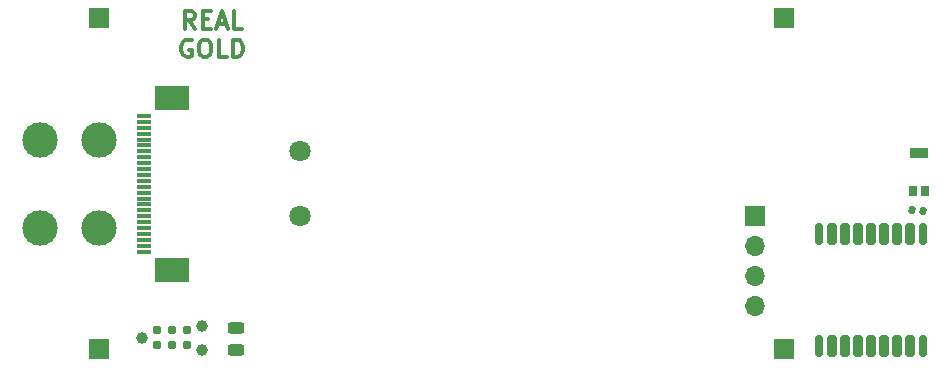
<source format=gbr>
%TF.GenerationSoftware,KiCad,Pcbnew,(6.0.2)*%
%TF.CreationDate,2022-04-10T10:34:04-06:00*%
%TF.ProjectId,SolarGPS,536f6c61-7247-4505-932e-6b696361645f,rev?*%
%TF.SameCoordinates,Original*%
%TF.FileFunction,Soldermask,Top*%
%TF.FilePolarity,Negative*%
%FSLAX46Y46*%
G04 Gerber Fmt 4.6, Leading zero omitted, Abs format (unit mm)*
G04 Created by KiCad (PCBNEW (6.0.2)) date 2022-04-10 10:34:04*
%MOMM*%
%LPD*%
G01*
G04 APERTURE LIST*
G04 Aperture macros list*
%AMRoundRect*
0 Rectangle with rounded corners*
0 $1 Rounding radius*
0 $2 $3 $4 $5 $6 $7 $8 $9 X,Y pos of 4 corners*
0 Add a 4 corners polygon primitive as box body*
4,1,4,$2,$3,$4,$5,$6,$7,$8,$9,$2,$3,0*
0 Add four circle primitives for the rounded corners*
1,1,$1+$1,$2,$3*
1,1,$1+$1,$4,$5*
1,1,$1+$1,$6,$7*
1,1,$1+$1,$8,$9*
0 Add four rect primitives between the rounded corners*
20,1,$1+$1,$2,$3,$4,$5,0*
20,1,$1+$1,$4,$5,$6,$7,0*
20,1,$1+$1,$6,$7,$8,$9,0*
20,1,$1+$1,$8,$9,$2,$3,0*%
%AMOutline4P*
0 Free polygon, 4 corners , with rotation*
0 The origin of the aperture is its center*
0 number of corners: always 4*
0 $1 to $8 corner X, Y*
0 $9 Rotation angle, in degrees counterclockwise*
0 create outline with 4 corners*
4,1,4,$1,$2,$3,$4,$5,$6,$7,$8,$1,$2,$9*%
G04 Aperture macros list end*
%ADD10C,0.300000*%
%ADD11R,1.250000X0.300000*%
%ADD12R,3.000000X2.000000*%
%ADD13RoundRect,0.243750X0.456250X-0.243750X0.456250X0.243750X-0.456250X0.243750X-0.456250X-0.243750X0*%
%ADD14C,3.000000*%
%ADD15RoundRect,0.147500X0.161973X0.158988X-0.131904X0.184699X-0.161973X-0.158988X0.131904X-0.184699X0*%
%ADD16RoundRect,0.175000X0.175000X-0.725000X0.175000X0.725000X-0.175000X0.725000X-0.175000X-0.725000X0*%
%ADD17RoundRect,0.200000X0.200000X-0.700000X0.200000X0.700000X-0.200000X0.700000X-0.200000X-0.700000X0*%
%ADD18Outline4P,-0.400000X-0.325000X0.400000X-0.325000X0.400000X0.325000X-0.400000X0.325000X270.000000*%
%ADD19Outline4P,-0.400000X-0.800000X0.400000X-0.800000X0.400000X0.800000X-0.400000X0.800000X270.000000*%
%ADD20C,0.990600*%
%ADD21C,0.787400*%
%ADD22R,1.700000X1.700000*%
%ADD23C,1.800000*%
%ADD24O,1.700000X1.700000*%
G04 APERTURE END LIST*
D10*
X65085714Y-52871071D02*
X64585714Y-52156785D01*
X64228571Y-52871071D02*
X64228571Y-51371071D01*
X64800000Y-51371071D01*
X64942857Y-51442500D01*
X65014285Y-51513928D01*
X65085714Y-51656785D01*
X65085714Y-51871071D01*
X65014285Y-52013928D01*
X64942857Y-52085357D01*
X64800000Y-52156785D01*
X64228571Y-52156785D01*
X65728571Y-52085357D02*
X66228571Y-52085357D01*
X66442857Y-52871071D02*
X65728571Y-52871071D01*
X65728571Y-51371071D01*
X66442857Y-51371071D01*
X67014285Y-52442500D02*
X67728571Y-52442500D01*
X66871428Y-52871071D02*
X67371428Y-51371071D01*
X67871428Y-52871071D01*
X69085714Y-52871071D02*
X68371428Y-52871071D01*
X68371428Y-51371071D01*
X64800000Y-53857500D02*
X64657142Y-53786071D01*
X64442857Y-53786071D01*
X64228571Y-53857500D01*
X64085714Y-54000357D01*
X64014285Y-54143214D01*
X63942857Y-54428928D01*
X63942857Y-54643214D01*
X64014285Y-54928928D01*
X64085714Y-55071785D01*
X64228571Y-55214642D01*
X64442857Y-55286071D01*
X64585714Y-55286071D01*
X64800000Y-55214642D01*
X64871428Y-55143214D01*
X64871428Y-54643214D01*
X64585714Y-54643214D01*
X65800000Y-53786071D02*
X66085714Y-53786071D01*
X66228571Y-53857500D01*
X66371428Y-54000357D01*
X66442857Y-54286071D01*
X66442857Y-54786071D01*
X66371428Y-55071785D01*
X66228571Y-55214642D01*
X66085714Y-55286071D01*
X65800000Y-55286071D01*
X65657142Y-55214642D01*
X65514285Y-55071785D01*
X65442857Y-54786071D01*
X65442857Y-54286071D01*
X65514285Y-54000357D01*
X65657142Y-53857500D01*
X65800000Y-53786071D01*
X67800000Y-55286071D02*
X67085714Y-55286071D01*
X67085714Y-53786071D01*
X68300000Y-55286071D02*
X68300000Y-53786071D01*
X68657142Y-53786071D01*
X68871428Y-53857500D01*
X69014285Y-54000357D01*
X69085714Y-54143214D01*
X69157142Y-54428928D01*
X69157142Y-54643214D01*
X69085714Y-54928928D01*
X69014285Y-55071785D01*
X68871428Y-55214642D01*
X68657142Y-55286071D01*
X68300000Y-55286071D01*
D11*
%TO.C,J1*%
X60800000Y-71750000D03*
X60800000Y-71250000D03*
X60800000Y-70750000D03*
X60800000Y-70250000D03*
X60800000Y-69750000D03*
X60800000Y-69250000D03*
X60800000Y-68750000D03*
X60800000Y-68250000D03*
X60800000Y-67750000D03*
X60800000Y-67250000D03*
X60800000Y-66750000D03*
X60800000Y-66250000D03*
X60800000Y-65750000D03*
X60800000Y-65250000D03*
X60800000Y-64750000D03*
X60800000Y-64250000D03*
X60800000Y-63750000D03*
X60800000Y-63250000D03*
X60800000Y-62750000D03*
X60800000Y-62250000D03*
X60800000Y-61750000D03*
X60800000Y-61250000D03*
X60800000Y-60750000D03*
X60800000Y-60250000D03*
D12*
X63125000Y-58710000D03*
X63125000Y-73290000D03*
%TD*%
D13*
%TO.C,D2*%
X68550000Y-80087500D03*
X68550000Y-78212500D03*
%TD*%
D14*
%TO.C,J7*%
X57000000Y-62250000D03*
X52000000Y-62250000D03*
X52000000Y-69750000D03*
X57000000Y-69750000D03*
%TD*%
D15*
%TO.C,C1*%
X126733154Y-68292271D03*
X125766846Y-68207729D03*
%TD*%
D16*
%TO.C,U2*%
X117900000Y-79750000D03*
D17*
X119000000Y-79750000D03*
X120100000Y-79750000D03*
X121200000Y-79750000D03*
X122300000Y-79750000D03*
X123400000Y-79750000D03*
X124500000Y-79750000D03*
X125600000Y-79750000D03*
D16*
X126700000Y-79750000D03*
X126700000Y-70250000D03*
D17*
X125600000Y-70250000D03*
X124500000Y-70250000D03*
X123400000Y-70250000D03*
X122300000Y-70250000D03*
X121200000Y-70250000D03*
X120100000Y-70250000D03*
X119000000Y-70250000D03*
D16*
X117900000Y-70250000D03*
%TD*%
D18*
%TO.C,AE1*%
X125900000Y-66600000D03*
X126900000Y-66600000D03*
D19*
X126400000Y-63400000D03*
%TD*%
D20*
%TO.C,J4*%
X65640000Y-80066000D03*
X65640000Y-78034000D03*
X60560000Y-79050000D03*
D21*
X61830000Y-79685000D03*
X61830000Y-78415000D03*
X63100000Y-79685000D03*
X63100000Y-78415000D03*
X64370000Y-79685000D03*
X64370000Y-78415000D03*
%TD*%
D22*
%TO.C,J2*%
X57000000Y-80000000D03*
%TD*%
%TO.C,J3*%
X57000000Y-52000000D03*
%TD*%
D23*
%TO.C,C8*%
X74000000Y-68750000D03*
X74000000Y-63250000D03*
%TD*%
D22*
%TO.C,J6*%
X115000000Y-52000000D03*
%TD*%
%TO.C,J5*%
X115000000Y-80000000D03*
%TD*%
%TO.C,J8*%
X112525000Y-68750000D03*
D24*
X112525000Y-71290000D03*
X112525000Y-73830000D03*
X112525000Y-76370000D03*
%TD*%
M02*

</source>
